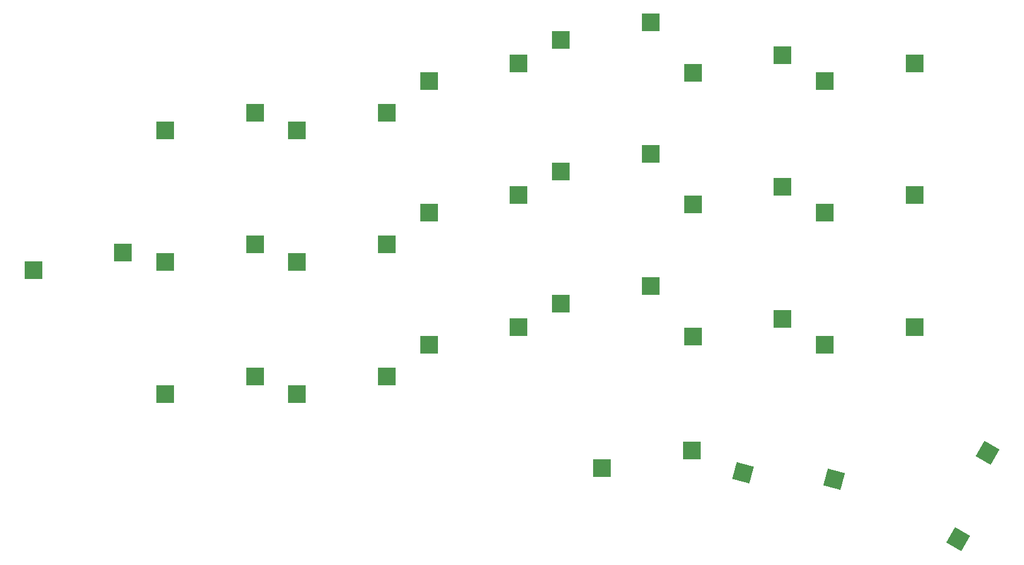
<source format=gbp>
G04 #@! TF.GenerationSoftware,KiCad,Pcbnew,(6.0.7-1)-1*
G04 #@! TF.CreationDate,2022-08-21T15:38:58+10:00*
G04 #@! TF.ProjectId,jantor,6a616e74-6f72-42e6-9b69-6361645f7063,rev?*
G04 #@! TF.SameCoordinates,Original*
G04 #@! TF.FileFunction,Paste,Bot*
G04 #@! TF.FilePolarity,Positive*
%FSLAX46Y46*%
G04 Gerber Fmt 4.6, Leading zero omitted, Abs format (unit mm)*
G04 Created by KiCad (PCBNEW (6.0.7-1)-1) date 2022-08-21 15:38:58*
%MOMM*%
%LPD*%
G01*
G04 APERTURE LIST*
G04 Aperture macros list*
%AMRotRect*
0 Rectangle, with rotation*
0 The origin of the aperture is its center*
0 $1 length*
0 $2 width*
0 $3 Rotation angle, in degrees counterclockwise*
0 Add horizontal line*
21,1,$1,$2,0,0,$3*%
G04 Aperture macros list end*
%ADD10R,2.550000X2.500000*%
%ADD11RotRect,2.550000X2.500000X345.000000*%
%ADD12RotRect,2.550000X2.500000X60.000000*%
G04 APERTURE END LIST*
D10*
X160272500Y-57165000D03*
X147345500Y-59705000D03*
X179272500Y-88040000D03*
X166345500Y-90580000D03*
X236272500Y-88040000D03*
X223345500Y-90580000D03*
X217272500Y-48852500D03*
X204345500Y-51392500D03*
X141272500Y-57165000D03*
X128345500Y-59705000D03*
X217272500Y-67852500D03*
X204345500Y-70392500D03*
D11*
X224686184Y-109974685D03*
X211542261Y-109082382D03*
D10*
X122272500Y-77352500D03*
X109345500Y-79892500D03*
D12*
X246804705Y-106165460D03*
X242540909Y-118630570D03*
D10*
X179272500Y-50040000D03*
X166345500Y-52580000D03*
X141272500Y-95165000D03*
X128345500Y-97705000D03*
X160272500Y-95165000D03*
X147345500Y-97705000D03*
X147345500Y-78705000D03*
X160272500Y-76165000D03*
X204210000Y-105852500D03*
X191283000Y-108392500D03*
X179272500Y-69040000D03*
X166345500Y-71580000D03*
X236272500Y-50040000D03*
X223345500Y-52580000D03*
X141272500Y-76165000D03*
X128345500Y-78705000D03*
X198272500Y-44102500D03*
X185345500Y-46642500D03*
X198272500Y-63102500D03*
X185345500Y-65642500D03*
X198272500Y-82102500D03*
X185345500Y-84642500D03*
X236272500Y-69040000D03*
X223345500Y-71580000D03*
X217272500Y-86852500D03*
X204345500Y-89392500D03*
M02*

</source>
